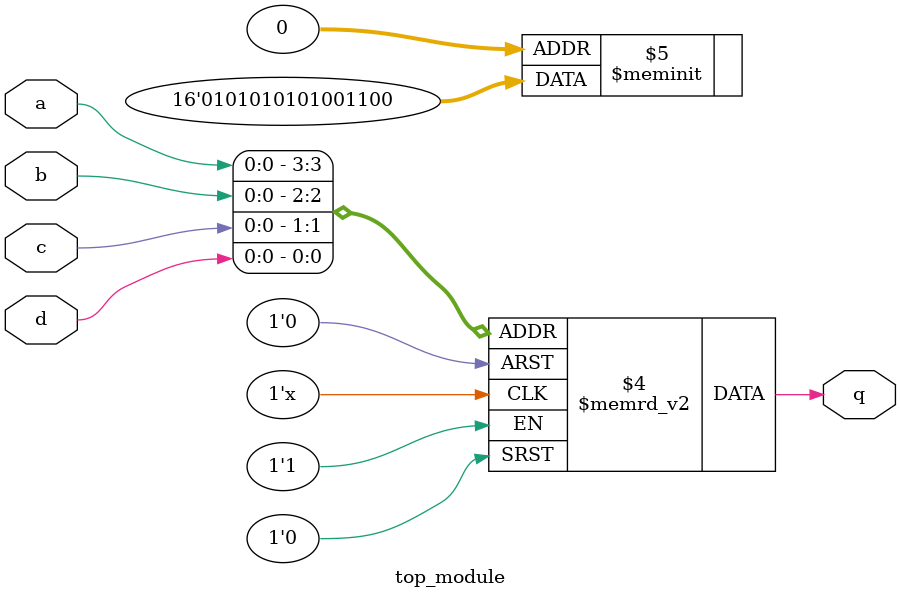
<source format=sv>
module top_module (
    input a, 
    input b, 
    input c, 
    input d,
    output reg q
);

    always @(*) begin
        case({a, b, c, d})
            4'b0000: q = 1'b0;
            4'b0001: q = 1'b0;
            4'b0010: q = 1'b1;
            4'b0011: q = 1'b1;
            4'b0100: q = 1'b0;
            4'b0101: q = 1'b0;
            4'b0110: q = 1'b1;
            4'b0111: q = 1'b0;
            4'b1000: q = 1'b1;
            4'b1001: q = 1'b0;
            4'b1010: q = 1'b1;
            4'b1011: q = 1'b0;
            4'b1100: q = 1'b1;
            4'b1101: q = 1'b0;
            4'b1110: q = 1'b1;
            4'b1111: q = 1'b0;
            default: q = 1'b0;
        endcase
    end
    
endmodule

</source>
